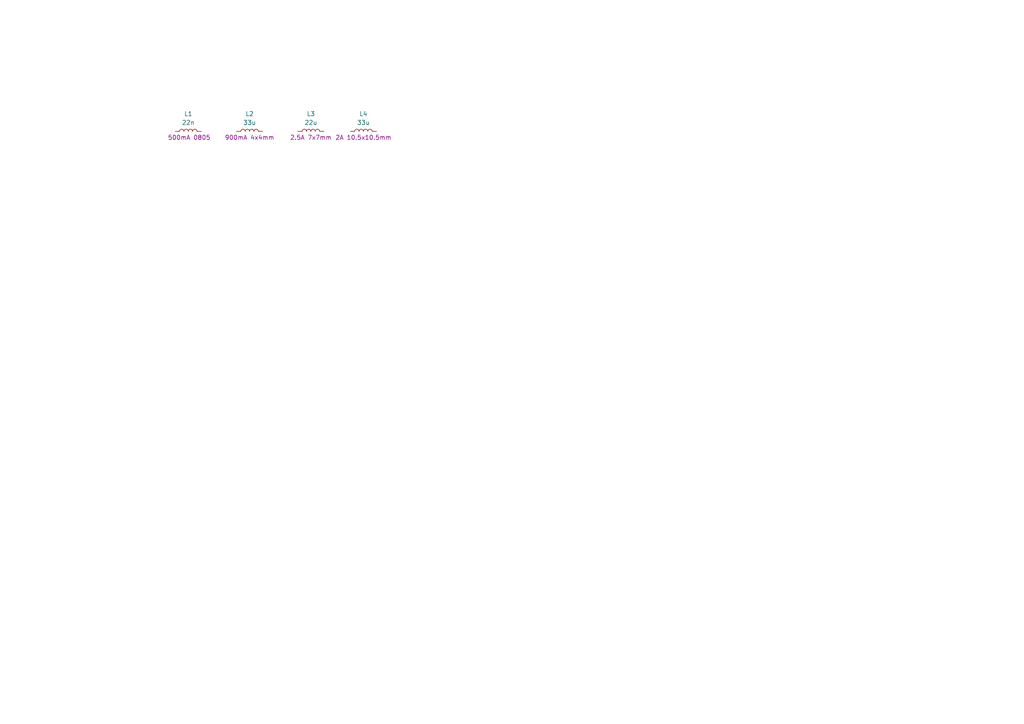
<source format=kicad_sch>
(kicad_sch (version 20231120) (generator "eeschema") (generator_version "8.0")
  (paper "A4")
  (lib_symbols
    (symbol "Device:L" (pin_numbers hide) (pin_names (offset 1.016) hide)
      (property "Reference" "L" (at -1.27 0 90))
      (property "Value" "L" (at 1.905 0 90))
      (symbol "L_0_1"
        (arc (start 0 -2.54) (mid 0.6323 -1.905) (end 0 -1.27))
        (arc (start 0 -1.27) (mid 0.6323 -0.635) (end 0 0))
        (arc (start 0 0) (mid 0.6323 0.635) (end 0 1.27))
        (arc (start 0 1.27) (mid 0.6323 1.905) (end 0 2.54))
      )
      (symbol "L_1_1"
        (pin passive line (at 0 3.81 270) (length 1.27) (name "1") (number "1"))
        (pin passive line (at 0 -3.81 90) (length 1.27) (name "2") (number "2"))
      )
    )
  )
  (symbol (lib_id "Device:L") (at 105.41 38.1 90) (unit 1)
    (property "Reference" "L4" (at 105.41 33.02 90))
    (property "Value" "33u" (at 105.41 35.56 90))
    (property "Footprint" "Inductor_SMD:L_APV_APH0630" (effects (hide yes)))
    (property "Datasheet" "https://www.lcsc.com/datasheet/C5349702.pdf" (effects (hide yes)))
    (property "Description" "2.5A 22uH 170mΩ 3A Molded Inductor ±20% SMD,7x6.6mm Fixed Inductors RoHS" (effects (hide yes)))
    (property "LCSC" "C5349702" (effects (hide yes)))
    (property "Observations" "2A 10.5x10.5mm" (at 105.41 39.878 90))
  )
  (symbol (lib_id "Device:L") (at 90.17 38.1 90) (unit 1)
    (property "Reference" "L3" (at 90.17 33.02 90))
    (property "Value" "22u" (at 90.17 35.56 90))
    (property "Footprint" "Inductor_SMD:L_APV_APH0630" (effects (hide yes)))
    (property "Datasheet" "https://www.lcsc.com/datasheet/C5349702.pdf" (effects (hide yes)))
    (property "Description" "2.5A 22uH 170mΩ 3A Molded Inductor ±20% SMD,7x6.6mm Fixed Inductors RoHS" (effects (hide yes)))
    (property "LCSC" "C5349702" (effects (hide yes)))
    (property "Observations" "2.5A 7x7mm" (at 90.17 39.878 90))
  )
  (symbol (lib_id "Device:L") (at 54.61 38.1 90) (unit 1)
    (property "Reference" "L1" (at 54.61 33.02 90))
    (property "Value" "22n" (at 54.61 35.56 90))
    (property "Footprint" "Inductor_SMD:L_0805_2012Metric" (effects (hide yes)))
    (property "Description" "500mA 22nH 220mΩ ±5% 0805 Fixed Inductors RoHS" (effects (hide yes)))
    (property "LCSC" "C108962" (effects (hide yes)))
    (property "Observations" "500mA 0805" (at 54.864 39.878 90))
  )
  (symbol (lib_id "Device:L") (at 72.39 38.1 90) (unit 1)
    (property "Reference" "L2" (at 72.39 33.02 90))
    (property "Value" "33u" (at 72.39 35.56 90))
    (property "Footprint" "Inductor_SMD:L_Sunlord_SWPA4010S" (effects (hide yes)))
    (property "Description" "Inductor" (effects (hide yes)))
    (property "LCSC" "C167885" (effects (hide yes)))
    (property "Observations" "900mA 4x4mm" (at 72.39 39.878 90))
  )
)
</source>
